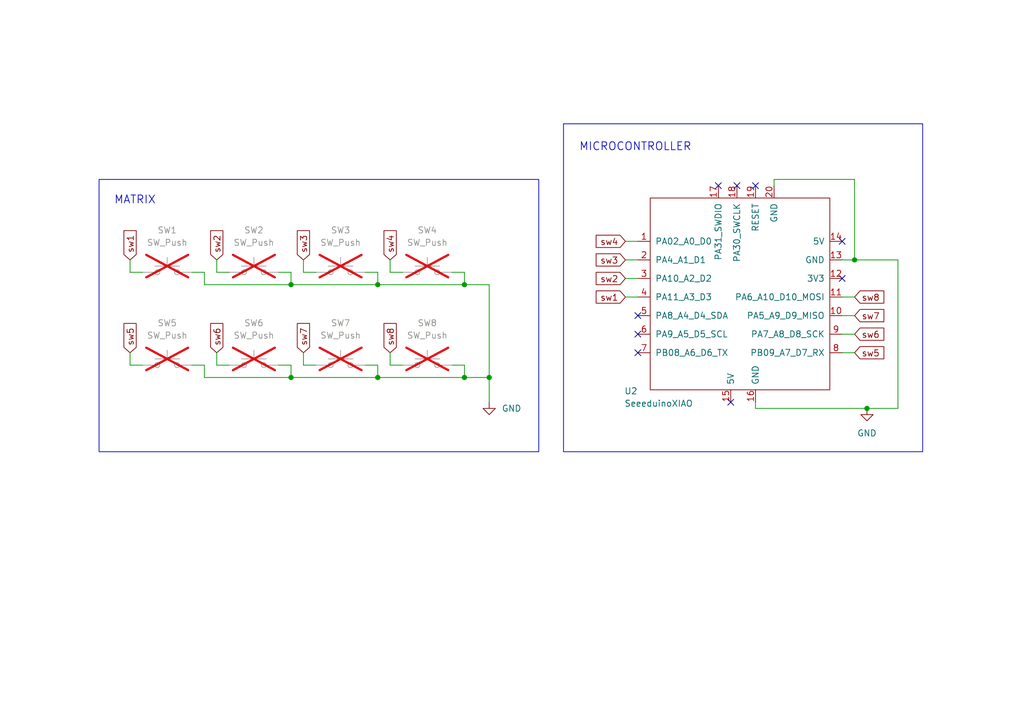
<source format=kicad_sch>
(kicad_sch (version 20231120) (generator "eeschema") (generator_version "8.0")
  (paper "A5")
  (title_block (title "Macro Keyboard 2x4") (date "2025-06-28") (rev "0.1"))
  (lib_symbols
    (symbol "Seeeduino XIAO:SeeeduinoXIAO" (pin_names (offset 1.016))
      (property "Reference" "U" (at -19.05 22.86 0))
      (property "Value" "SeeeduinoXIAO" (at -12.7 21.59 0))
      (symbol "SeeeduinoXIAO_0_1"
        (rectangle (start -19.05 20.32) (end 17.78 -19.05))
      )
      (symbol "SeeeduinoXIAO_1_1"
        (pin unspecified line (at -21.59 11.43 0) (length 2.54) (name "PA02_A0_D0") (number "1"))
        (pin unspecified line (at 20.32 -3.81 180) (length 2.54) (name "PA5_A9_D9_MISO") (number "10"))
        (pin unspecified line (at 20.32 0 180) (length 2.54) (name "PA6_A10_D10_MOSI") (number "11"))
        (pin unspecified line (at 20.32 3.81 180) (length 2.54) (name "3V3") (number "12"))
        (pin unspecified line (at 20.32 7.62 180) (length 2.54) (name "GND") (number "13"))
        (pin unspecified line (at 20.32 11.43 180) (length 2.54) (name "5V") (number "14"))
        (pin input line (at -2.54 -21.59 90) (length 2.54) (name "5V") (number "15"))
        (pin input line (at 2.54 -21.59 90) (length 2.54) (name "GND") (number "16"))
        (pin input line (at -5.08 22.86 270) (length 2.54) (name "PA31_SWDIO") (number "17"))
        (pin input line (at -1.27 22.86 270) (length 2.54) (name "PA30_SWCLK") (number "18"))
        (pin input line (at 2.54 22.86 270) (length 2.54) (name "RESET") (number "19"))
        (pin unspecified line (at -21.59 7.62 0) (length 2.54) (name "PA4_A1_D1") (number "2"))
        (pin input line (at 6.35 22.86 270) (length 2.54) (name "GND") (number "20"))
        (pin unspecified line (at -21.59 3.81 0) (length 2.54) (name "PA10_A2_D2") (number "3"))
        (pin unspecified line (at -21.59 0 0) (length 2.54) (name "PA11_A3_D3") (number "4"))
        (pin unspecified line (at -21.59 -3.81 0) (length 2.54) (name "PA8_A4_D4_SDA") (number "5"))
        (pin unspecified line (at -21.59 -7.62 0) (length 2.54) (name "PA9_A5_D5_SCL") (number "6"))
        (pin unspecified line (at -21.59 -11.43 0) (length 2.54) (name "PB08_A6_D6_TX") (number "7"))
        (pin unspecified line (at 20.32 -11.43 180) (length 2.54) (name "PB09_A7_D7_RX") (number "8"))
        (pin unspecified line (at 20.32 -7.62 180) (length 2.54) (name "PA7_A8_D8_SCK") (number "9"))
      )
    )
    (symbol "Switch:SW_Push" (pin_numbers hide) (pin_names (offset 1.016) hide)
      (property "Reference" "SW" (at 1.27 2.54 0))
      (property "Value" "SW_Push" (at 0 -1.524 0))
      (symbol "SW_Push_0_1"
        (circle (center -2.032 0) (radius 0.508))
        (polyline (pts (xy 0 1.27) (xy 0 3.048)))
        (polyline (pts (xy 2.54 1.27) (xy -2.54 1.27)))
        (circle (center 2.032 0) (radius 0.508))
        (pin passive line (at -5.08 0 0) (length 2.54) (name "1") (number "1"))
        (pin passive line (at 5.08 0 180) (length 2.54) (name "2") (number "2"))
      )
    )
    (symbol "power:GND" (power) (pin_numbers hide) (pin_names (offset 0) hide)
      (property "Value" "GND" (at 0 -3.81 0))
      (symbol "GND_0_1"
        (polyline (pts (xy 0 0) (xy 0 -1.27) (xy 1.27 -1.27) (xy 0 -2.54) (xy -1.27 -1.27) (xy 0 -1.27)))
      )
      (symbol "GND_1_1"
        (pin power_in line (at 0 0 270) (length 0) (name "~") (number "1"))
      )
    )
  )
  (junction (at 95.25 58.42))
  (junction (at 95.25 77.47))
  (junction (at 59.69 77.47))
  (junction (at 59.69 58.42))
  (junction (at 77.47 77.47))
  (junction (at 77.47 58.42))
  (junction (at 177.8 83.82))
  (junction (at 175.26 53.34))
  (junction (at 100.33 77.47))
  (no_connect (at 172.72 57.15))
  (no_connect (at 147.32 38.1))
  (no_connect (at 130.81 72.39))
  (no_connect (at 151.13 38.1))
  (no_connect (at 154.94 38.1))
  (no_connect (at 130.81 68.58))
  (no_connect (at 149.86 82.55))
  (no_connect (at 172.72 49.53))
  (no_connect (at 130.81 64.77))
  (wire (pts (xy 172.72 64.77) (xy 175.26 64.77)))
  (wire (pts (xy 41.91 58.42) (xy 59.69 58.42)))
  (wire (pts (xy 59.69 77.47) (xy 77.47 77.47)))
  (wire (pts (xy 59.69 58.42) (xy 77.47 58.42)))
  (wire (pts (xy 59.69 55.88) (xy 59.69 58.42)))
  (wire (pts (xy 128.27 49.53) (xy 130.81 49.53)))
  (wire (pts (xy 39.37 74.93) (xy 41.91 74.93)))
  (wire (pts (xy 29.21 74.93) (xy 26.67 74.93)))
  (wire (pts (xy 172.72 60.96) (xy 175.26 60.96)))
  (wire (pts (xy 44.45 72.39) (xy 44.45 74.93)))
  (wire (pts (xy 100.33 58.42) (xy 100.33 77.47)))
  (wire (pts (xy 154.94 82.55) (xy 154.94 83.82)))
  (wire (pts (xy 59.69 74.93) (xy 59.69 77.47)))
  (wire (pts (xy 82.55 74.93) (xy 80.01 74.93)))
  (wire (pts (xy 92.71 55.88) (xy 95.25 55.88)))
  (wire (pts (xy 62.23 72.39) (xy 62.23 74.93)))
  (wire (pts (xy 95.25 55.88) (xy 95.25 58.42)))
  (wire (pts (xy 95.25 77.47) (xy 100.33 77.47)))
  (wire (pts (xy 172.72 72.39) (xy 175.26 72.39)))
  (wire (pts (xy 62.23 53.34) (xy 62.23 55.88)))
  (wire (pts (xy 128.27 57.15) (xy 130.81 57.15)))
  (wire (pts (xy 77.47 77.47) (xy 95.25 77.47)))
  (wire (pts (xy 128.27 53.34) (xy 130.81 53.34)))
  (wire (pts (xy 39.37 55.88) (xy 41.91 55.88)))
  (wire (pts (xy 184.15 53.34) (xy 184.15 83.82)))
  (wire (pts (xy 64.77 74.93) (xy 62.23 74.93)))
  (wire (pts (xy 82.55 55.88) (xy 80.01 55.88)))
  (wire (pts (xy 80.01 72.39) (xy 80.01 74.93)))
  (wire (pts (xy 77.47 58.42) (xy 95.25 58.42)))
  (wire (pts (xy 158.75 38.1) (xy 158.75 36.83)))
  (wire (pts (xy 158.75 36.83) (xy 175.26 36.83)))
  (wire (pts (xy 184.15 53.34) (xy 175.26 53.34)))
  (wire (pts (xy 95.25 58.42) (xy 100.33 58.42)))
  (wire (pts (xy 41.91 74.93) (xy 41.91 77.47)))
  (wire (pts (xy 175.26 36.83) (xy 175.26 53.34)))
  (wire (pts (xy 184.15 83.82) (xy 177.8 83.82)))
  (wire (pts (xy 77.47 55.88) (xy 77.47 58.42)))
  (wire (pts (xy 57.15 55.88) (xy 59.69 55.88)))
  (wire (pts (xy 92.71 74.93) (xy 95.25 74.93)))
  (wire (pts (xy 41.91 55.88) (xy 41.91 58.42)))
  (wire (pts (xy 172.72 53.34) (xy 175.26 53.34)))
  (wire (pts (xy 172.72 68.58) (xy 175.26 68.58)))
  (wire (pts (xy 41.91 77.47) (xy 59.69 77.47)))
  (wire (pts (xy 100.33 77.47) (xy 100.33 82.55)))
  (wire (pts (xy 26.67 53.34) (xy 26.67 55.88)))
  (wire (pts (xy 29.21 55.88) (xy 26.67 55.88)))
  (wire (pts (xy 46.99 74.93) (xy 44.45 74.93)))
  (wire (pts (xy 80.01 53.34) (xy 80.01 55.88)))
  (wire (pts (xy 46.99 55.88) (xy 44.45 55.88)))
  (wire (pts (xy 128.27 60.96) (xy 130.81 60.96)))
  (wire (pts (xy 77.47 74.93) (xy 77.47 77.47)))
  (wire (pts (xy 64.77 55.88) (xy 62.23 55.88)))
  (wire (pts (xy 44.45 53.34) (xy 44.45 55.88)))
  (wire (pts (xy 26.67 72.39) (xy 26.67 74.93)))
  (wire (pts (xy 57.15 74.93) (xy 59.69 74.93)))
  (wire (pts (xy 154.94 83.82) (xy 177.8 83.82)))
  (wire (pts (xy 74.93 55.88) (xy 77.47 55.88)))
  (wire (pts (xy 74.93 74.93) (xy 77.47 74.93)))
  (wire (pts (xy 95.25 74.93) (xy 95.25 77.47)))
  (rectangle (start 20.32 36.83) (end 110.49 92.71))
  (rectangle (start 115.57 25.4) (end 189.23 92.71))
  (text "MICROCONTROLLER" (at 130.302 30.226 0) (effects (font (size 1.6256 1.6256))))
  (text "MATRIX" (at 27.686 41.148 0) (effects (font (size 1.6256 1.6256))))
  (global_label "sw1" (shape input) (at 26.67 53.34 90) (property "Intersheetrefs" "${INTERSHEET_REFS}" (effects (hide yes))))
  (global_label "sw4" (shape input) (at 80.01 53.34 90) (property "Intersheetrefs" "${INTERSHEET_REFS}" (effects (hide yes))))
  (global_label "sw8" (shape input) (at 80.01 72.39 90) (property "Intersheetrefs" "${INTERSHEET_REFS}" (effects (hide yes))))
  (global_label "sw5" (shape input) (at 26.67 72.39 90) (property "Intersheetrefs" "${INTERSHEET_REFS}" (effects (hide yes))))
  (global_label "sw6" (shape input) (at 44.45 72.39 90) (property "Intersheetrefs" "${INTERSHEET_REFS}" (effects (hide yes))))
  (global_label "sw4" (shape input) (at 128.27 49.53 180) (property "Intersheetrefs" "${INTERSHEET_REFS}" (effects (hide yes))))
  (global_label "sw3" (shape input) (at 62.23 53.34 90) (property "Intersheetrefs" "${INTERSHEET_REFS}" (effects (hide yes))))
  (global_label "sw5" (shape input) (at 175.26 72.39 0) (property "Intersheetrefs" "${INTERSHEET_REFS}" (effects (hide yes))))
  (global_label "sw7" (shape input) (at 62.23 72.39 90) (property "Intersheetrefs" "${INTERSHEET_REFS}" (effects (hide yes))))
  (global_label "sw2" (shape input) (at 44.45 53.34 90) (property "Intersheetrefs" "${INTERSHEET_REFS}" (effects (hide yes))))
  (global_label "sw3" (shape input) (at 128.27 53.34 180) (property "Intersheetrefs" "${INTERSHEET_REFS}" (effects (hide yes))))
  (global_label "sw7" (shape input) (at 175.26 64.77 0) (property "Intersheetrefs" "${INTERSHEET_REFS}" (effects (hide yes))))
  (global_label "sw2" (shape input) (at 128.27 57.15 180) (property "Intersheetrefs" "${INTERSHEET_REFS}" (effects (hide yes))))
  (global_label "sw8" (shape input) (at 175.26 60.96 0) (property "Intersheetrefs" "${INTERSHEET_REFS}" (effects (hide yes))))
  (global_label "sw1" (shape input) (at 128.27 60.96 180) (property "Intersheetrefs" "${INTERSHEET_REFS}" (effects (hide yes))))
  (global_label "sw6" (shape input) (at 175.26 68.58 0) (property "Intersheetrefs" "${INTERSHEET_REFS}" (effects (hide yes))))
  (symbol (lib_id "Switch:SW_Push") (at 52.07 74.93 0) (unit 1) (dnp yes)
    (property "Reference" "SW6" (at 52.07 66.294 0))
    (property "Value" "SW_Push" (at 52.07 68.834 0))
    (property "Footprint" "MX_Only:MXOnly-1U-Hotswap" (effects (hide yes)))
    (property "Description" "Push button switch, generic, two pins" (effects (hide yes)))
  )
  (symbol (lib_id "power:GND") (at 177.8 83.82 0) (unit 1)
    (property "Reference" "#PWR01" (effects (hide yes)))
    (property "Value" "GND" (at 177.8 88.9 0))
    (property "Description" "Power symbol creates a global label with name \"GND\" , ground" (effects (hide yes)))
  )
  (symbol (lib_id "Switch:SW_Push") (at 87.63 74.93 0) (unit 1) (dnp yes)
    (property "Reference" "SW8" (at 87.63 66.294 0))
    (property "Value" "SW_Push" (at 87.63 68.834 0))
    (property "Footprint" "MX_Only:MXOnly-1U-Hotswap" (effects (hide yes)))
    (property "Description" "Push button switch, generic, two pins" (effects (hide yes)))
  )
  (symbol (lib_id "Switch:SW_Push") (at 52.07 55.88 0) (unit 1) (dnp yes)
    (property "Reference" "SW2" (at 52.07 47.244 0))
    (property "Value" "SW_Push" (at 52.07 49.784 0))
    (property "Footprint" "MX_Only:MXOnly-1U-Hotswap" (effects (hide yes)))
    (property "Description" "Push button switch, generic, two pins" (effects (hide yes)))
  )
  (symbol (lib_id "Switch:SW_Push") (at 34.29 55.88 0) (unit 1) (dnp yes)
    (property "Reference" "SW1" (at 34.29 47.244 0))
    (property "Value" "SW_Push" (at 34.29 49.784 0))
    (property "Footprint" "MX_Only:MXOnly-1U-Hotswap" (effects (hide yes)))
    (property "Description" "Push button switch, generic, two pins" (effects (hide yes)))
  )
  (symbol (lib_id "Switch:SW_Push") (at 69.85 74.93 0) (unit 1) (dnp yes)
    (property "Reference" "SW7" (at 69.85 66.294 0))
    (property "Value" "SW_Push" (at 69.85 68.834 0))
    (property "Footprint" "MX_Only:MXOnly-1U-Hotswap" (effects (hide yes)))
    (property "Description" "Push button switch, generic, two pins" (effects (hide yes)))
  )
  (symbol (lib_id "Switch:SW_Push") (at 87.63 55.88 0) (unit 1) (dnp yes)
    (property "Reference" "SW4" (at 87.63 47.244 0))
    (property "Value" "SW_Push" (at 87.63 49.784 0))
    (property "Footprint" "MX_Only:MXOnly-1U-Hotswap" (effects (hide yes)))
    (property "Description" "Push button switch, generic, two pins" (effects (hide yes)))
  )
  (symbol (lib_id "power:GND") (at 100.33 82.55 0) (unit 1)
    (property "Reference" "#PWR06" (effects (hide yes)))
    (property "Value" "GND" (at 102.87 83.8199 0) (effects (justify left)))
    (property "Description" "Power symbol creates a global label with name \"GND\" , ground" (effects (hide yes)))
  )
  (symbol (lib_id "Switch:SW_Push") (at 34.29 74.93 0) (unit 1) (dnp yes)
    (property "Reference" "SW5" (at 34.29 66.294 0))
    (property "Value" "SW_Push" (at 34.29 68.834 0))
    (property "Footprint" "MX_Only:MXOnly-1U-Hotswap" (effects (hide yes)))
    (property "Description" "Push button switch, generic, two pins" (effects (hide yes)))
  )
  (symbol (lib_id "Seeeduino XIAO:SeeeduinoXIAO") (at 152.4 60.96 0) (unit 1)
    (property "Reference" "U2" (at 128.016 80.264 0) (effects (justify left)))
    (property "Value" "SeeeduinoXIAO" (at 128.016 82.804 0) (effects (justify left)))
    (property "Footprint" "Seeeduino XIAO KICAD:Seeeduino XIAO-MOUDLE14P-2.54-21X17.8MM" (effects (hide yes)))
  )
  (symbol (lib_id "Switch:SW_Push") (at 69.85 55.88 0) (unit 1) (dnp yes)
    (property "Reference" "SW3" (at 69.85 47.244 0))
    (property "Value" "SW_Push" (at 69.85 49.784 0))
    (property "Footprint" "MX_Only:MXOnly-1U-Hotswap" (effects (hide yes)))
    (property "Description" "Push button switch, generic, two pins" (effects (hide yes)))
  )
)
</source>
